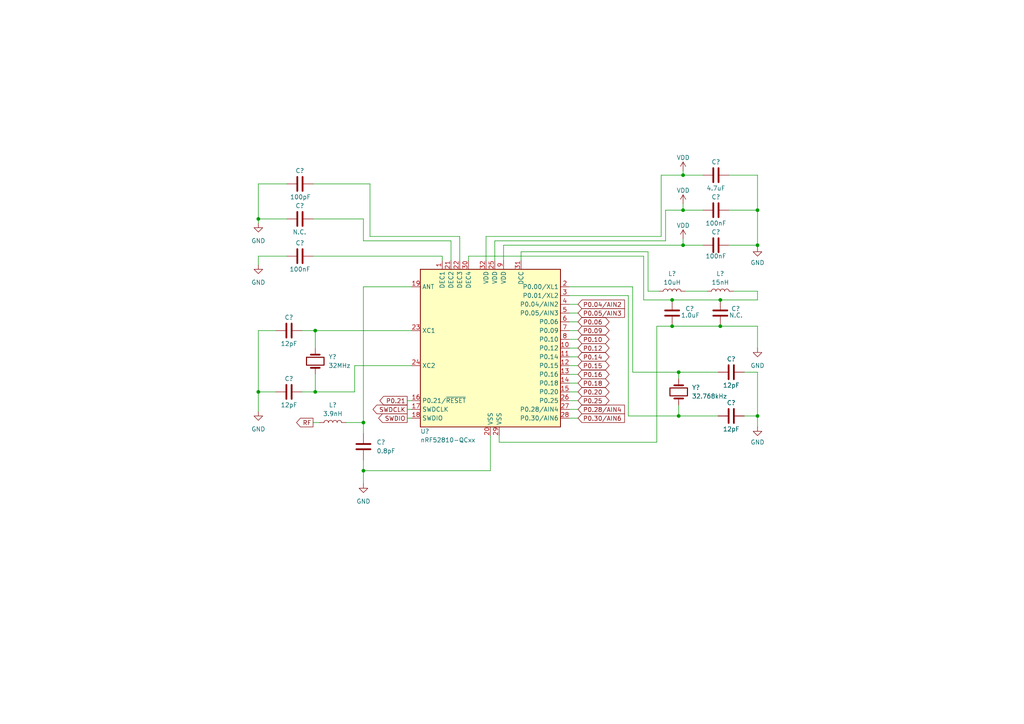
<source format=kicad_sch>
(kicad_sch (version 20211123) (generator eeschema)
  (paper "A4")
  (lib_symbols
    (symbol "Device:C" (pin_numbers hide) (pin_names (offset 0.254))
      (property "Reference" "C" (at 0.635 2.54 0))
      (property "Value" "C" (at 0.635 -2.54 0))
      (symbol "C_0_1"
        (polyline (pts (xy -2.032 -0.762) (xy 2.032 -0.762)) (stroke (width 0.508)))
        (polyline (pts (xy -2.032 0.762) (xy 2.032 0.762)) (stroke (width 0.508)))
      )
      (symbol "C_1_1"
        (pin passive line (at 0 3.81 270) (length 2.794) (name "~") (number "1"))
        (pin passive line (at 0 -3.81 90) (length 2.794) (name "~") (number "2"))
      )
    )
    (symbol "Device:Crystal" (pin_numbers hide) (pin_names (offset 1.016) hide)
      (property "Reference" "Y" (at 0 3.81 0))
      (property "Value" "Crystal" (at 0 -3.81 0))
      (symbol "Crystal_0_1"
        (rectangle (start -1.143 2.54) (end 1.143 -2.54) (stroke (width 0.3048)))
        (polyline (pts (xy -2.54 0) (xy -1.905 0)))
        (polyline (pts (xy -1.905 -1.27) (xy -1.905 1.27)) (stroke (width 0.508)))
        (polyline (pts (xy 1.905 -1.27) (xy 1.905 1.27)) (stroke (width 0.508)))
        (polyline (pts (xy 2.54 0) (xy 1.905 0)))
      )
      (symbol "Crystal_1_1"
        (pin passive line (at -3.81 0 0) (length 1.27) (name "1") (number "1"))
        (pin passive line (at 3.81 0 180) (length 1.27) (name "2") (number "2"))
      )
    )
    (symbol "Device:L" (pin_numbers hide) (pin_names (offset 1.016) hide)
      (property "Reference" "L" (at -1.27 0 90))
      (property "Value" "L" (at 1.905 0 90))
      (symbol "L_0_1"
        (arc (start 0 -2.54) (mid 0.635 -1.905) (end 0 -1.27))
        (arc (start 0 -1.27) (mid 0.635 -0.635) (end 0 0))
        (arc (start 0 0) (mid 0.635 0.635) (end 0 1.27))
        (arc (start 0 1.27) (mid 0.635 1.905) (end 0 2.54))
      )
      (symbol "L_1_1"
        (pin passive line (at 0 3.81 270) (length 1.27) (name "1") (number "1"))
        (pin passive line (at 0 -3.81 90) (length 1.27) (name "2") (number "2"))
      )
    )
    (symbol "MCU_Nordic:nRF52810-QCxx"
      (property "Reference" "U?" (at 3.81 -25.4 0))
      (property "Value" "nRF52810-QCxx" (at 3.81 -27.94 0))
      (symbol "nRF52810-QCxx_0_1"
        (rectangle (start -20.32 22.86) (end 20.32 -22.86) (stroke (width 0.254)) (fill (type background)))
      )
      (symbol "nRF52810-QCxx_1_1"
        (pin passive line (at -13.97 25.4 270) (length 2.54) (name "DEC1") (number "1"))
        (pin bidirectional line (at 22.86 0 180) (length 2.54) (name "P0.12") (number "10"))
        (pin bidirectional line (at 22.86 -2.54 180) (length 2.54) (name "P0.14") (number "11"))
        (pin bidirectional line (at 22.86 -5.08 180) (length 2.54) (name "P0.15") (number "12"))
        (pin bidirectional line (at 22.86 -7.62 180) (length 2.54) (name "P0.16") (number "13"))
        (pin bidirectional line (at 22.86 -10.16 180) (length 2.54) (name "P0.18") (number "14"))
        (pin bidirectional line (at 22.86 -12.7 180) (length 2.54) (name "P0.20") (number "15"))
        (pin bidirectional line (at -22.86 -15.24 0) (length 2.54) (name "P0.21/~{RESET}") (number "16"))
        (pin input line (at -22.86 -17.78 0) (length 2.54) (name "SWDCLK") (number "17"))
        (pin bidirectional line (at -22.86 -20.32 0) (length 2.54) (name "SWDIO") (number "18"))
        (pin passive line (at -22.86 17.78 0) (length 2.54) (name "ANT") (number "19"))
        (pin bidirectional line (at 22.86 17.78 180) (length 2.54) (name "P0.00/XL1") (number "2"))
        (pin power_in line (at 0 -25.4 90) (length 2.54) (name "VSS") (number "20"))
        (pin passive line (at -11.43 25.4 270) (length 2.54) (name "DEC2") (number "21"))
        (pin passive line (at -8.89 25.4 270) (length 2.54) (name "DEC3") (number "22"))
        (pin input line (at -22.86 5.08 0) (length 2.54) (name "XC1") (number "23"))
        (pin input line (at -22.86 -5.08 0) (length 2.54) (name "XC2") (number "24"))
        (pin passive line (at 1.27 25.4 270) (length 2.54) (name "VDD") (number "25"))
        (pin bidirectional line (at 22.86 -15.24 180) (length 2.54) (name "P0.25") (number "26"))
        (pin bidirectional line (at 22.86 -17.78 180) (length 2.54) (name "P0.28/AIN4") (number "27"))
        (pin bidirectional line (at 22.86 -20.32 180) (length 2.54) (name "P0.30/AIN6") (number "28"))
        (pin passive line (at 2.54 -25.4 90) (length 2.54) (name "VSS") (number "29"))
        (pin bidirectional line (at 22.86 15.24 180) (length 2.54) (name "P0.01/XL2") (number "3"))
        (pin passive line (at -6.35 25.4 270) (length 2.54) (name "DEC4") (number "30"))
        (pin power_out line (at 8.89 25.4 270) (length 2.54) (name "DCC") (number "31"))
        (pin passive line (at -1.27 25.4 270) (length 2.54) (name "VDD") (number "32"))
        (pin passive line (at -2.54 -25.4 90) (length 2.54) hide (name "VSS") (number "33"))
        (pin bidirectional line (at 22.86 12.7 180) (length 2.54) (name "P0.04/AIN2") (number "4"))
        (pin bidirectional line (at 22.86 10.16 180) (length 2.54) (name "P0.05/AIN3") (number "5"))
        (pin bidirectional line (at 22.86 7.62 180) (length 2.54) (name "P0.06") (number "6"))
        (pin bidirectional line (at 22.86 5.08 180) (length 2.54) (name "P0.09") (number "7"))
        (pin bidirectional line (at 22.86 2.54 180) (length 2.54) (name "P0.10") (number "8"))
        (pin power_in line (at 3.81 25.4 270) (length 2.54) (name "VDD") (number "9"))
      )
    )
    (symbol "power:GND" (power) (pin_names (offset 0))
      (property "Value" "GND" (at 0 -3.81 0))
      (symbol "GND_0_1"
        (polyline (pts (xy 0 0) (xy 0 -1.27) (xy 1.27 -1.27) (xy 0 -2.54) (xy -1.27 -1.27) (xy 0 -1.27)))
      )
      (symbol "GND_1_1"
        (pin power_in line (at 0 0 270) (length 0) hide (name "GND") (number "1"))
      )
    )
    (symbol "power:VDD" (power) (pin_names (offset 0))
      (property "Value" "VDD" (at 0 3.81 0))
      (symbol "VDD_0_1"
        (polyline (pts (xy -0.762 1.27) (xy 0 2.54)))
        (polyline (pts (xy 0 0) (xy 0 2.54)))
        (polyline (pts (xy 0 2.54) (xy 0.762 1.27)))
      )
      (symbol "VDD_1_1"
        (pin power_in line (at 0 0 90) (length 0) hide (name "VDD") (number "1"))
      )
    )
  )
  (junction (at 219.71 60.96))
  (junction (at 219.71 71.12))
  (junction (at 196.85 107.95))
  (junction (at 105.41 136.525))
  (junction (at 74.93 113.665))
  (junction (at 208.915 86.995))
  (junction (at 198.12 60.96))
  (junction (at 74.93 63.5))
  (junction (at 91.44 113.665))
  (junction (at 105.41 122.555))
  (junction (at 198.12 50.8))
  (junction (at 91.44 95.885))
  (junction (at 219.71 120.65))
  (junction (at 194.945 86.995))
  (junction (at 196.85 120.65))
  (junction (at 194.945 94.615))
  (junction (at 208.915 94.615))
  (junction (at 198.12 71.12))
  (wire (pts (xy 198.12 50.8) (xy 191.77 50.8)))
  (wire (pts (xy 183.515 83.185) (xy 165.1 83.185)))
  (wire (pts (xy 119.38 83.185) (xy 105.41 83.185)))
  (wire (pts (xy 186.69 86.995) (xy 194.945 86.995)))
  (wire (pts (xy 128.27 74.295) (xy 128.27 75.565)))
  (wire (pts (xy 182.245 120.65) (xy 196.85 120.65)))
  (wire (pts (xy 187.96 73.025) (xy 187.96 84.455)))
  (wire (pts (xy 219.71 71.755) (xy 219.71 71.12)))
  (wire (pts (xy 105.41 83.185) (xy 105.41 122.555)))
  (wire (pts (xy 165.1 113.665) (xy 167.64 113.665)))
  (wire (pts (xy 135.89 74.295) (xy 186.69 74.295)))
  (wire (pts (xy 186.69 74.295) (xy 186.69 86.995)))
  (wire (pts (xy 165.1 116.205) (xy 167.64 116.205)))
  (wire (pts (xy 74.93 74.295) (xy 83.185 74.295)))
  (wire (pts (xy 118.11 116.205) (xy 119.38 116.205)))
  (wire (pts (xy 211.455 50.8) (xy 219.71 50.8)))
  (wire (pts (xy 165.1 106.045) (xy 167.64 106.045)))
  (wire (pts (xy 198.12 59.055) (xy 198.12 60.96)))
  (wire (pts (xy 219.71 94.615) (xy 219.71 100.965)))
  (wire (pts (xy 118.11 121.285) (xy 119.38 121.285)))
  (wire (pts (xy 130.81 69.85) (xy 130.81 75.565)))
  (wire (pts (xy 74.93 63.5) (xy 74.93 53.34)))
  (wire (pts (xy 219.71 84.455) (xy 219.71 86.995)))
  (wire (pts (xy 193.04 60.96) (xy 198.12 60.96)))
  (wire (pts (xy 90.805 53.34) (xy 107.315 53.34)))
  (wire (pts (xy 105.41 136.525) (xy 105.41 140.335)))
  (wire (pts (xy 100.33 122.555) (xy 105.41 122.555)))
  (wire (pts (xy 165.1 90.805) (xy 167.64 90.805)))
  (wire (pts (xy 165.1 121.285) (xy 167.64 121.285)))
  (wire (pts (xy 91.44 113.665) (xy 87.63 113.665)))
  (wire (pts (xy 198.12 69.215) (xy 198.12 71.12)))
  (wire (pts (xy 91.44 108.585) (xy 91.44 113.665)))
  (wire (pts (xy 165.1 100.965) (xy 167.64 100.965)))
  (wire (pts (xy 219.71 60.96) (xy 219.71 71.12)))
  (wire (pts (xy 165.1 95.885) (xy 167.64 95.885)))
  (wire (pts (xy 133.35 68.58) (xy 133.35 75.565)))
  (wire (pts (xy 105.41 63.5) (xy 105.41 69.85)))
  (wire (pts (xy 165.1 93.345) (xy 167.64 93.345)))
  (wire (pts (xy 198.12 50.8) (xy 203.835 50.8)))
  (wire (pts (xy 144.78 128.27) (xy 190.5 128.27)))
  (wire (pts (xy 165.1 118.745) (xy 167.64 118.745)))
  (wire (pts (xy 219.71 120.65) (xy 219.71 123.825)))
  (wire (pts (xy 80.01 95.885) (xy 74.93 95.885)))
  (wire (pts (xy 196.85 107.95) (xy 183.515 107.95)))
  (wire (pts (xy 165.1 103.505) (xy 167.64 103.505)))
  (wire (pts (xy 143.51 69.85) (xy 143.51 75.565)))
  (wire (pts (xy 74.93 63.5) (xy 74.93 64.77)))
  (wire (pts (xy 91.44 113.665) (xy 102.87 113.665)))
  (wire (pts (xy 142.24 136.525) (xy 105.41 136.525)))
  (wire (pts (xy 143.51 69.85) (xy 193.04 69.85)))
  (wire (pts (xy 74.93 119.38) (xy 74.93 113.665)))
  (wire (pts (xy 74.93 53.34) (xy 83.185 53.34)))
  (wire (pts (xy 215.9 107.95) (xy 219.71 107.95)))
  (wire (pts (xy 196.85 107.95) (xy 208.28 107.95)))
  (wire (pts (xy 208.915 94.615) (xy 219.71 94.615)))
  (wire (pts (xy 194.945 86.995) (xy 208.915 86.995)))
  (wire (pts (xy 74.93 63.5) (xy 83.185 63.5)))
  (wire (pts (xy 142.24 126.365) (xy 142.24 136.525)))
  (wire (pts (xy 105.41 122.555) (xy 105.41 125.73)))
  (wire (pts (xy 193.04 60.96) (xy 193.04 69.85)))
  (wire (pts (xy 194.945 94.615) (xy 208.915 94.615)))
  (wire (pts (xy 212.725 84.455) (xy 219.71 84.455)))
  (wire (pts (xy 151.13 75.565) (xy 151.13 73.025)))
  (wire (pts (xy 90.805 122.555) (xy 92.71 122.555)))
  (wire (pts (xy 198.12 60.96) (xy 203.835 60.96)))
  (wire (pts (xy 165.1 98.425) (xy 167.64 98.425)))
  (wire (pts (xy 90.805 63.5) (xy 105.41 63.5)))
  (wire (pts (xy 102.87 106.045) (xy 102.87 113.665)))
  (wire (pts (xy 118.11 118.745) (xy 119.38 118.745)))
  (wire (pts (xy 91.44 95.885) (xy 119.38 95.885)))
  (wire (pts (xy 74.93 95.885) (xy 74.93 113.665)))
  (wire (pts (xy 107.315 68.58) (xy 107.315 53.34)))
  (wire (pts (xy 90.805 74.295) (xy 128.27 74.295)))
  (wire (pts (xy 74.93 113.665) (xy 80.01 113.665)))
  (wire (pts (xy 144.78 128.27) (xy 144.78 126.365)))
  (wire (pts (xy 165.1 111.125) (xy 167.64 111.125)))
  (wire (pts (xy 215.9 120.65) (xy 219.71 120.65)))
  (wire (pts (xy 208.915 86.995) (xy 219.71 86.995)))
  (wire (pts (xy 119.38 106.045) (xy 102.87 106.045)))
  (wire (pts (xy 211.455 71.12) (xy 219.71 71.12)))
  (wire (pts (xy 196.85 120.65) (xy 196.85 117.475)))
  (wire (pts (xy 182.245 85.725) (xy 182.245 120.65)))
  (wire (pts (xy 165.1 88.265) (xy 167.64 88.265)))
  (wire (pts (xy 183.515 107.95) (xy 183.515 83.185)))
  (wire (pts (xy 190.5 128.27) (xy 190.5 94.615)))
  (wire (pts (xy 146.05 71.12) (xy 198.12 71.12)))
  (wire (pts (xy 91.44 100.965) (xy 91.44 95.885)))
  (wire (pts (xy 135.89 75.565) (xy 135.89 74.295)))
  (wire (pts (xy 190.5 94.615) (xy 194.945 94.615)))
  (wire (pts (xy 133.35 68.58) (xy 107.315 68.58)))
  (wire (pts (xy 140.97 68.58) (xy 191.77 68.58)))
  (wire (pts (xy 91.44 95.885) (xy 87.63 95.885)))
  (wire (pts (xy 165.1 85.725) (xy 182.245 85.725)))
  (wire (pts (xy 191.77 68.58) (xy 191.77 50.8)))
  (wire (pts (xy 146.05 71.12) (xy 146.05 75.565)))
  (wire (pts (xy 211.455 60.96) (xy 219.71 60.96)))
  (wire (pts (xy 219.71 107.95) (xy 219.71 120.65)))
  (wire (pts (xy 105.41 69.85) (xy 130.81 69.85)))
  (wire (pts (xy 187.96 84.455) (xy 191.135 84.455)))
  (wire (pts (xy 151.13 73.025) (xy 187.96 73.025)))
  (wire (pts (xy 198.12 49.53) (xy 198.12 50.8)))
  (wire (pts (xy 165.1 108.585) (xy 167.64 108.585)))
  (wire (pts (xy 196.85 120.65) (xy 208.28 120.65)))
  (wire (pts (xy 198.755 84.455) (xy 205.105 84.455)))
  (wire (pts (xy 198.12 71.12) (xy 203.835 71.12)))
  (wire (pts (xy 196.85 107.95) (xy 196.85 109.855)))
  (wire (pts (xy 105.41 133.35) (xy 105.41 136.525)))
  (wire (pts (xy 219.71 60.96) (xy 219.71 50.8)))
  (wire (pts (xy 140.97 68.58) (xy 140.97 75.565)))
  (wire (pts (xy 74.93 74.295) (xy 74.93 76.835)))
  (global_label "P0.16" (shape bidirectional) (at 167.64 108.585 0) (property "Intersheet References" "${INTERSHEET_REFS}" (effects hide)))
  (global_label "P0.05{slash}AIN3" (shape input) (at 167.64 90.805 0) (property "Intersheet References" "${INTERSHEET_REFS}" (effects hide)))
  (global_label "P0.06" (shape bidirectional) (at 167.64 93.345 0) (property "Intersheet References" "${INTERSHEET_REFS}" (effects hide)))
  (global_label "P0.20" (shape bidirectional) (at 167.64 113.665 0) (property "Intersheet References" "${INTERSHEET_REFS}" (effects hide)))
  (global_label "P0.12" (shape bidirectional) (at 167.64 100.965 0) (property "Intersheet References" "${INTERSHEET_REFS}" (effects hide)))
  (global_label "P0.15" (shape bidirectional) (at 167.64 106.045 0) (property "Intersheet References" "${INTERSHEET_REFS}" (effects hide)))
  (global_label "P0.21" (shape output) (at 118.11 116.205 180) (property "Intersheet References" "${INTERSHEET_REFS}" (effects hide)))
  (global_label "SWDCLK" (shape output) (at 118.11 118.745 180) (property "Intersheet References" "${INTERSHEET_REFS}" (effects hide)))
  (global_label "P0.28{slash}AIN4" (shape input) (at 167.64 118.745 0) (property "Intersheet References" "${INTERSHEET_REFS}" (effects hide)))
  (global_label "P0.10" (shape bidirectional) (at 167.64 98.425 0) (property "Intersheet References" "${INTERSHEET_REFS}" (effects hide)))
  (global_label "SWDIO" (shape output) (at 118.11 121.285 180) (property "Intersheet References" "${INTERSHEET_REFS}" (effects hide)))
  (global_label "P0.25" (shape bidirectional) (at 167.64 116.205 0) (property "Intersheet References" "${INTERSHEET_REFS}" (effects hide)))
  (global_label "RF" (shape output) (at 90.805 122.555 180) (property "Intersheet References" "${INTERSHEET_REFS}" (effects hide)))
  (global_label "P0.30{slash}AIN6" (shape input) (at 167.64 121.285 0) (property "Intersheet References" "${INTERSHEET_REFS}" (effects hide)))
  (global_label "P0.04{slash}AIN2" (shape input) (at 167.64 88.265 0) (property "Intersheet References" "${INTERSHEET_REFS}" (effects hide)))
  (global_label "P0.09" (shape bidirectional) (at 167.64 95.885 0) (property "Intersheet References" "${INTERSHEET_REFS}" (effects hide)))
  (global_label "P0.14" (shape bidirectional) (at 167.64 103.505 0) (property "Intersheet References" "${INTERSHEET_REFS}" (effects hide)))
  (global_label "P0.18" (shape bidirectional) (at 167.64 111.125 0) (property "Intersheet References" "${INTERSHEET_REFS}" (effects hide)))
  (symbol (lib_id "power:GND") (at 219.71 123.825 0) (unit 1)
    (property "Reference" "#PWR?" (effects hide))
    (property "Value" "GND" (at 219.71 128.27 0))
  )
  (symbol (lib_id "power:GND") (at 105.41 140.335 0) (unit 1)
    (property "Reference" "#PWR?" (effects hide))
    (property "Value" "GND" (at 105.41 145.415 0))
  )
  (symbol (lib_id "Device:C") (at 208.915 90.805 0) (unit 1)
    (property "Reference" "C?" (at 212.09 89.535 0) (effects (justify left)))
    (property "Value" "N.C." (at 211.455 91.44 0) (effects (justify left)))
  )
  (symbol (lib_id "Device:L") (at 96.52 122.555 90) (unit 1)
    (property "Reference" "L?" (at 96.52 117.475 90))
    (property "Value" "3.9nH" (at 96.52 120.015 90))
  )
  (symbol (lib_id "Device:Crystal") (at 196.85 113.665 270) (unit 1)
    (property "Reference" "Y?" (at 200.66 112.3949 90) (effects (justify left)))
    (property "Value" "32.768kHz" (at 200.66 114.9349 90) (effects (justify left)))
  )
  (symbol (lib_id "Device:C") (at 83.82 95.885 90) (unit 1)
    (property "Reference" "C?" (at 83.82 92.075 90))
    (property "Value" "12pF" (at 83.82 99.695 90))
  )
  (symbol (lib_id "Device:C") (at 105.41 129.54 0) (unit 1)
    (property "Reference" "C?" (at 109.22 128.2699 0) (effects (justify left)))
    (property "Value" "0.8pF" (at 109.22 130.8099 0) (effects (justify left)))
  )
  (symbol (lib_id "power:VDD") (at 198.12 59.055 0) (unit 1)
    (property "Reference" "#PWR?" (effects hide))
    (property "Value" "VDD" (at 196.215 55.245 0) (effects (justify left)))
  )
  (symbol (lib_id "Device:C") (at 194.945 90.805 0) (unit 1)
    (property "Reference" "C?" (at 198.755 89.5349 0) (effects (justify left)))
    (property "Value" "1.0uF" (at 197.485 91.44 0) (effects (justify left)))
  )
  (symbol (lib_id "power:GND") (at 74.93 64.77 0) (unit 1)
    (property "Reference" "#PWR?" (effects hide))
    (property "Value" "GND" (at 74.93 69.85 0))
  )
  (symbol (lib_id "power:GND") (at 219.71 71.755 0) (unit 1)
    (property "Reference" "#PWR?" (effects hide))
    (property "Value" "GND" (at 219.71 76.2 0))
  )
  (symbol (lib_id "Device:C") (at 83.82 113.665 90) (unit 1)
    (property "Reference" "C?" (at 83.82 109.855 90))
    (property "Value" "12pF" (at 83.82 117.475 90))
  )
  (symbol (lib_id "power:VDD") (at 198.12 69.215 0) (unit 1)
    (property "Reference" "#PWR?" (effects hide))
    (property "Value" "VDD" (at 196.215 65.405 0) (effects (justify left)))
  )
  (symbol (lib_id "power:GND") (at 219.71 100.965 0) (unit 1)
    (property "Reference" "#PWR?" (effects hide))
    (property "Value" "GND" (at 219.71 106.045 0))
  )
  (symbol (lib_id "Device:C") (at 86.995 74.295 90) (unit 1)
    (property "Reference" "C?" (at 86.995 70.485 90))
    (property "Value" "100nF" (at 86.995 78.105 90))
  )
  (symbol (lib_id "Device:C") (at 86.995 63.5 270) (mirror x) (unit 1)
    (property "Reference" "C?" (at 88.265 59.69 90) (effects (justify right)))
    (property "Value" "N.C." (at 88.9 67.31 90) (effects (justify right)))
  )
  (symbol (lib_id "power:GND") (at 74.93 119.38 0) (unit 1)
    (property "Reference" "#PWR?" (effects hide))
    (property "Value" "GND" (at 74.93 124.46 0))
  )
  (symbol (lib_id "power:GND") (at 74.93 76.835 0) (unit 1)
    (property "Reference" "#PWR?" (effects hide))
    (property "Value" "GND" (at 74.93 81.915 0))
  )
  (symbol (lib_id "MCU_Nordic:nRF52810-QCxx") (at 142.24 100.965 0) (unit 1)
    (property "Reference" "U?" (at 121.92 125.095 0) (effects (justify left)))
    (property "Value" "nRF52810-QCxx" (at 121.92 127.635 0) (effects (justify left)))
    (property "Footprint" "Package_DFN_QFN:QFN-32-1EP_5x5mm_P0.5mm_EP3.6x3.6mm" (effects hide))
    (property "Datasheet" "http://infocenter.nordicsemi.com/pdf/nRF52810_PS_v1.1.pdf" (effects hide))
  )
  (symbol (lib_id "Device:C") (at 207.645 71.12 90) (unit 1)
    (property "Reference" "C?" (at 207.645 67.31 90))
    (property "Value" "100nF" (at 207.645 74.295 90))
  )
  (symbol (lib_id "Device:C") (at 212.09 120.65 90) (unit 1)
    (property "Reference" "C?" (at 212.09 116.84 90))
    (property "Value" "12pF" (at 212.09 124.46 90))
  )
  (symbol (lib_id "Device:L") (at 194.945 84.455 90) (unit 1)
    (property "Reference" "L?" (at 194.945 79.375 90))
    (property "Value" "10uH" (at 194.945 81.915 90))
  )
  (symbol (lib_id "Device:L") (at 208.915 84.455 90) (unit 1)
    (property "Reference" "L?" (at 208.915 79.375 90))
    (property "Value" "15nH" (at 208.915 81.915 90))
  )
  (symbol (lib_id "power:VDD") (at 198.12 49.53 0) (unit 1)
    (property "Reference" "#PWR?" (effects hide))
    (property "Value" "VDD" (at 196.215 45.72 0) (effects (justify left)))
  )
  (symbol (lib_id "Device:C") (at 207.645 60.96 90) (unit 1)
    (property "Reference" "C?" (at 207.645 57.15 90))
    (property "Value" "100nF" (at 207.645 64.77 90))
  )
  (symbol (lib_id "Device:C") (at 207.645 50.8 90) (unit 1)
    (property "Reference" "C?" (at 207.645 46.99 90))
    (property "Value" "4.7uF" (at 207.645 54.61 90))
  )
  (symbol (lib_id "Device:Crystal") (at 91.44 104.775 270) (unit 1)
    (property "Reference" "Y?" (at 95.25 103.5049 90) (effects (justify left)))
    (property "Value" "32MHz" (at 95.25 106.0449 90) (effects (justify left)))
  )
  (symbol (lib_id "Device:C") (at 212.09 107.95 90) (unit 1)
    (property "Reference" "C?" (at 212.09 104.14 90))
    (property "Value" "12pF" (at 212.09 111.76 90))
  )
  (symbol (lib_id "Device:C") (at 86.995 53.34 270) (unit 1)
    (property "Reference" "C?" (at 88.265 49.53 90) (effects (justify right)))
    (property "Value" "100pF" (at 90.17 57.15 90) (effects (justify right)))
  )
)
</source>
